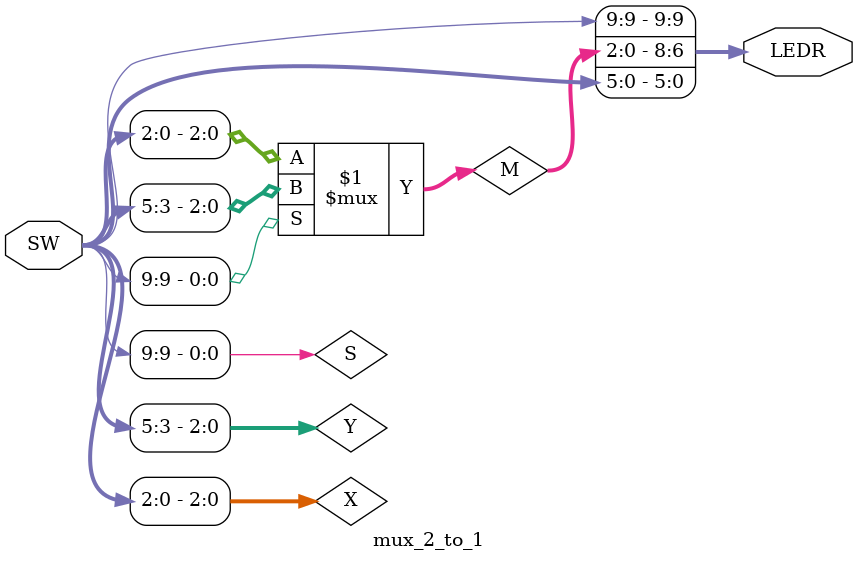
<source format=v>
module mux_2_to_1 (
	input  [9:0] SW,
	output [9:0] LEDR
);

	wire [2:0] X, Y, M;

	assign S = SW[9];
	assign X = SW[2:0];
	assign Y = SW[5:3];

	assign LEDR[9] = S;
	assign LEDR[2:0] = X;
	assign LEDR[5:3] = Y;

	assign LEDR[8:6] = M;

	assign M = S ? Y : X;

endmodule
</source>
